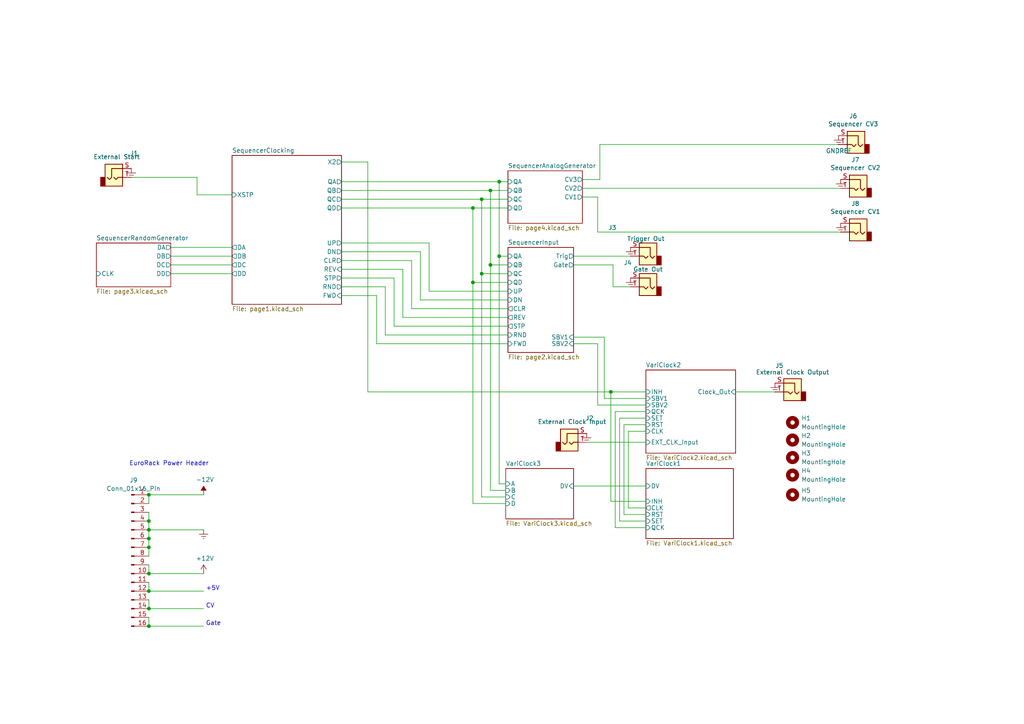
<source format=kicad_sch>
(kicad_sch (version 20230121) (generator eeschema)
  (paper "A4")
  (lib_symbols
    (symbol "Connector:Conn_01x16_Pin" (pin_names (offset 1.016) hide)
      (property "Reference" "J" (at 0 20.32 0))
      (property "Value" "Conn_01x16_Pin" (at 0 -22.86 0))
      (symbol "Conn_01x16_Pin_1_1"
        (polyline (pts (xy 1.27 -20.32) (xy 0.8636 -20.32)) (stroke (width 0.1524)))
        (polyline (pts (xy 1.27 -17.78) (xy 0.8636 -17.78)) (stroke (width 0.1524)))
        (polyline (pts (xy 1.27 -15.24) (xy 0.8636 -15.24)) (stroke (width 0.1524)))
        (polyline (pts (xy 1.27 -12.7) (xy 0.8636 -12.7)) (stroke (width 0.1524)))
        (polyline (pts (xy 1.27 -10.16) (xy 0.8636 -10.16)) (stroke (width 0.1524)))
        (polyline (pts (xy 1.27 -7.62) (xy 0.8636 -7.62)) (stroke (width 0.1524)))
        (polyline (pts (xy 1.27 -5.08) (xy 0.8636 -5.08)) (stroke (width 0.1524)))
        (polyline (pts (xy 1.27 -2.54) (xy 0.8636 -2.54)) (stroke (width 0.1524)))
        (polyline (pts (xy 1.27 0) (xy 0.8636 0)) (stroke (width 0.1524)))
        (polyline (pts (xy 1.27 2.54) (xy 0.8636 2.54)) (stroke (width 0.1524)))
        (polyline (pts (xy 1.27 5.08) (xy 0.8636 5.08)) (stroke (width 0.1524)))
        (polyline (pts (xy 1.27 7.62) (xy 0.8636 7.62)) (stroke (width 0.1524)))
        (polyline (pts (xy 1.27 10.16) (xy 0.8636 10.16)) (stroke (width 0.1524)))
        (polyline (pts (xy 1.27 12.7) (xy 0.8636 12.7)) (stroke (width 0.1524)))
        (polyline (pts (xy 1.27 15.24) (xy 0.8636 15.24)) (stroke (width 0.1524)))
        (polyline (pts (xy 1.27 17.78) (xy 0.8636 17.78)) (stroke (width 0.1524)))
        (rectangle (start 0.8636 -20.193) (end 0 -20.447) (stroke (width 0.1524)) (fill (type outline)))
        (rectangle (start 0.8636 -17.653) (end 0 -17.907) (stroke (width 0.1524)) (fill (type outline)))
        (rectangle (start 0.8636 -15.113) (end 0 -15.367) (stroke (width 0.1524)) (fill (type outline)))
        (rectangle (start 0.8636 -12.573) (end 0 -12.827) (stroke (width 0.1524)) (fill (type outline)))
        (rectangle (start 0.8636 -10.033) (end 0 -10.287) (stroke (width 0.1524)) (fill (type outline)))
        (rectangle (start 0.8636 -7.493) (end 0 -7.747) (stroke (width 0.1524)) (fill (type outline)))
        (rectangle (start 0.8636 -4.953) (end 0 -5.207) (stroke (width 0.1524)) (fill (type outline)))
        (rectangle (start 0.8636 -2.413) (end 0 -2.667) (stroke (width 0.1524)) (fill (type outline)))
        (rectangle (start 0.8636 0.127) (end 0 -0.127) (stroke (width 0.1524)) (fill (type outline)))
        (rectangle (start 0.8636 2.667) (end 0 2.413) (stroke (width 0.1524)) (fill (type outline)))
        (rectangle (start 0.8636 5.207) (end 0 4.953) (stroke (width 0.1524)) (fill (type outline)))
        (rectangle (start 0.8636 7.747) (end 0 7.493) (stroke (width 0.1524)) (fill (type outline)))
        (rectangle (start 0.8636 10.287) (end 0 10.033) (stroke (width 0.1524)) (fill (type outline)))
        (rectangle (start 0.8636 12.827) (end 0 12.573) (stroke (width 0.1524)) (fill (type outline)))
        (rectangle (start 0.8636 15.367) (end 0 15.113) (stroke (width 0.1524)) (fill (type outline)))
        (rectangle (start 0.8636 17.907) (end 0 17.653) (stroke (width 0.1524)) (fill (type outline)))
        (pin passive line (at 5.08 17.78 180) (length 3.81) (name "Pin_1") (number "1"))
        (pin passive line (at 5.08 -5.08 180) (length 3.81) (name "Pin_10") (number "10"))
        (pin passive line (at 5.08 -7.62 180) (length 3.81) (name "Pin_11") (number "11"))
        (pin passive line (at 5.08 -10.16 180) (length 3.81) (name "Pin_12") (number "12"))
        (pin passive line (at 5.08 -12.7 180) (length 3.81) (name "Pin_13") (number "13"))
        (pin passive line (at 5.08 -15.24 180) (length 3.81) (name "Pin_14") (number "14"))
        (pin passive line (at 5.08 -17.78 180) (length 3.81) (name "Pin_15") (number "15"))
        (pin passive line (at 5.08 -20.32 180) (length 3.81) (name "Pin_16") (number "16"))
        (pin passive line (at 5.08 15.24 180) (length 3.81) (name "Pin_2") (number "2"))
        (pin passive line (at 5.08 12.7 180) (length 3.81) (name "Pin_3") (number "3"))
        (pin passive line (at 5.08 10.16 180) (length 3.81) (name "Pin_4") (number "4"))
        (pin passive line (at 5.08 7.62 180) (length 3.81) (name "Pin_5") (number "5"))
        (pin passive line (at 5.08 5.08 180) (length 3.81) (name "Pin_6") (number "6"))
        (pin passive line (at 5.08 2.54 180) (length 3.81) (name "Pin_7") (number "7"))
        (pin passive line (at 5.08 0 180) (length 3.81) (name "Pin_8") (number "8"))
        (pin passive line (at 5.08 -2.54 180) (length 3.81) (name "Pin_9") (number "9"))
      )
    )
    (symbol "Mechanical:MountingHole" (pin_names (offset 1.016))
      (property "Reference" "H" (at 0 5.08 0))
      (property "Value" "MountingHole" (at 0 3.175 0))
      (symbol "MountingHole_0_1"
        (circle (center 0 0) (radius 1.27) (stroke (width 1.27)))
      )
    )
    (symbol "SynthProj-rescue:AudioJack2-Connector"
      (property "Reference" "J" (at 0 8.89 0))
      (property "Value" "Connector_AudioJack2" (at 0 6.35 0))
      (symbol "AudioJack2-Connector_0_1"
        (rectangle (start -3.81 0) (end -2.54 -2.54) (stroke (width 0.254)) (fill (type outline)))
        (rectangle (start -2.54 3.81) (end 2.54 -2.54) (stroke (width 0.254)) (fill (type background)))
        (polyline (pts (xy 0 0) (xy 0.635 -0.635) (xy 1.27 0) (xy 2.54 0)) (stroke (width 0.254)))
        (polyline (pts (xy 2.54 2.54) (xy -0.635 2.54) (xy -0.635 0) (xy -1.27 -0.635) (xy -1.905 0)) (stroke (width 0.254)))
      )
      (symbol "AudioJack2-Connector_1_1"
        (pin passive line (at 5.08 2.54 180) (length 2.54) (name "~") (number "S"))
        (pin passive line (at 5.08 0 180) (length 2.54) (name "~") (number "T"))
      )
    )
    (symbol "power:+12V" (power) (pin_names (offset 0))
      (property "Value" "+12V" (at 0 3.556 0))
      (symbol "+12V_0_1"
        (polyline (pts (xy -0.762 1.27) (xy 0 2.54)))
        (polyline (pts (xy 0 0) (xy 0 2.54)))
        (polyline (pts (xy 0 2.54) (xy 0.762 1.27)))
      )
      (symbol "+12V_1_1"
        (pin power_in line (at 0 0 90) (length 0) hide (name "+12V") (number "1"))
      )
    )
    (symbol "power:-12V" (power) (pin_names (offset 0))
      (property "Value" "-12V" (at 0 3.81 0))
      (symbol "-12V_0_0"
        (pin power_in line (at 0 0 90) (length 0) hide (name "-12V") (number "1"))
      )
      (symbol "-12V_0_1"
        (polyline (pts (xy 0 0) (xy 0 1.27) (xy 0.762 1.27) (xy 0 2.54) (xy -0.762 1.27) (xy 0 1.27)) (fill (type outline)))
      )
    )
    (symbol "power:GNDREF" (power) (pin_names (offset 0))
      (property "Value" "GNDREF" (at 0 -3.81 0))
      (symbol "GNDREF_0_1"
        (polyline (pts (xy -0.635 -1.905) (xy 0.635 -1.905)))
        (polyline (pts (xy -0.127 -2.54) (xy 0.127 -2.54)))
        (polyline (pts (xy 0 -1.27) (xy 0 0)))
        (polyline (pts (xy 1.27 -1.27) (xy -1.27 -1.27)))
      )
      (symbol "GNDREF_1_1"
        (pin power_in line (at 0 0 270) (length 0) hide (name "GNDREF") (number "1"))
      )
    )
  )
  (junction (at 142.24 55.245))
  (junction (at 43.18 143.51))
  (junction (at 137.16 60.325))
  (junction (at 137.16 81.915))
  (junction (at 144.78 52.705))
  (junction (at 139.7 79.375))
  (junction (at 43.18 171.45))
  (junction (at 139.7 57.785))
  (junction (at 43.18 176.53))
  (junction (at 177.165 113.665))
  (junction (at 43.18 156.21))
  (junction (at 43.18 181.61))
  (junction (at 43.18 158.75))
  (junction (at 43.18 153.67))
  (junction (at 43.18 151.13))
  (junction (at 144.78 74.295))
  (junction (at 43.18 166.37))
  (junction (at 142.24 76.835))
  (wire (pts (xy 119.38 75.565) (xy 119.38 89.535)))
  (wire (pts (xy 144.78 52.705) (xy 147.32 52.705)))
  (wire (pts (xy 187.325 128.27) (xy 170.18 128.27)))
  (wire (pts (xy 187.325 153.035) (xy 178.435 153.035)))
  (wire (pts (xy 137.16 81.915) (xy 137.16 60.325)))
  (wire (pts (xy 173.99 41.91) (xy 243.205 41.91)))
  (wire (pts (xy 137.16 81.915) (xy 137.16 146.05)))
  (wire (pts (xy 179.705 151.13) (xy 187.325 151.13)))
  (wire (pts (xy 179.705 121.285) (xy 179.705 151.13)))
  (wire (pts (xy 139.7 57.785) (xy 147.32 57.785)))
  (wire (pts (xy 178.435 153.035) (xy 178.435 119.38)))
  (wire (pts (xy 166.37 74.295) (xy 182.88 74.295)))
  (wire (pts (xy 144.78 140.335) (xy 146.685 140.335)))
  (wire (pts (xy 114.3 80.645) (xy 114.3 94.615)))
  (wire (pts (xy 57.15 51.435) (xy 38.1 51.435)))
  (wire (pts (xy 147.32 92.075) (xy 116.84 92.075)))
  (wire (pts (xy 166.37 140.97) (xy 187.325 140.97)))
  (wire (pts (xy 43.18 171.45) (xy 59.055 171.45)))
  (wire (pts (xy 43.18 156.21) (xy 43.18 158.75)))
  (wire (pts (xy 147.32 81.915) (xy 137.16 81.915)))
  (wire (pts (xy 119.38 89.535) (xy 147.32 89.535)))
  (wire (pts (xy 147.32 76.835) (xy 142.24 76.835)))
  (wire (pts (xy 173.355 117.475) (xy 173.355 99.695)))
  (wire (pts (xy 166.37 97.79) (xy 175.26 97.79)))
  (wire (pts (xy 99.06 80.645) (xy 114.3 80.645)))
  (wire (pts (xy 187.325 117.475) (xy 173.355 117.475)))
  (wire (pts (xy 114.3 94.615) (xy 147.32 94.615)))
  (wire (pts (xy 166.37 76.835) (xy 177.8 76.835)))
  (wire (pts (xy 111.76 97.155) (xy 111.76 83.185)))
  (wire (pts (xy 99.06 52.705) (xy 144.78 52.705)))
  (wire (pts (xy 139.7 79.375) (xy 139.7 57.785)))
  (wire (pts (xy 137.16 146.05) (xy 146.685 146.05)))
  (wire (pts (xy 142.24 142.24) (xy 146.685 142.24)))
  (wire (pts (xy 49.53 76.835) (xy 67.31 76.835)))
  (wire (pts (xy 182.245 147.32) (xy 182.245 125.095)))
  (wire (pts (xy 43.18 153.67) (xy 59.055 153.67)))
  (wire (pts (xy 99.06 60.325) (xy 137.16 60.325)))
  (wire (pts (xy 49.53 74.295) (xy 67.31 74.295)))
  (wire (pts (xy 109.22 99.695) (xy 147.32 99.695)))
  (wire (pts (xy 139.7 79.375) (xy 139.7 144.145)))
  (wire (pts (xy 177.8 76.835) (xy 177.8 83.185)))
  (wire (pts (xy 180.975 149.225) (xy 180.975 123.19)))
  (wire (pts (xy 43.18 143.51) (xy 43.18 146.05)))
  (wire (pts (xy 43.18 143.51) (xy 59.055 143.51)))
  (wire (pts (xy 144.78 74.295) (xy 144.78 140.335)))
  (wire (pts (xy 106.68 113.665) (xy 177.165 113.665)))
  (wire (pts (xy 168.91 57.15) (xy 173.355 57.15)))
  (wire (pts (xy 187.325 149.225) (xy 180.975 149.225)))
  (wire (pts (xy 43.18 153.67) (xy 43.18 156.21)))
  (wire (pts (xy 49.53 79.375) (xy 67.31 79.375)))
  (wire (pts (xy 173.355 57.15) (xy 173.355 67.31)))
  (wire (pts (xy 49.53 71.755) (xy 67.31 71.755)))
  (wire (pts (xy 177.165 113.665) (xy 177.165 145.415)))
  (wire (pts (xy 168.91 52.07) (xy 173.99 52.07)))
  (wire (pts (xy 43.18 158.75) (xy 43.18 161.29)))
  (wire (pts (xy 173.355 99.695) (xy 166.37 99.695)))
  (wire (pts (xy 168.91 54.61) (xy 243.84 54.61)))
  (wire (pts (xy 175.26 97.79) (xy 175.26 115.57)))
  (wire (pts (xy 116.84 92.075) (xy 116.84 78.105)))
  (wire (pts (xy 142.24 76.835) (xy 142.24 142.24)))
  (wire (pts (xy 43.18 148.59) (xy 43.18 151.13)))
  (wire (pts (xy 147.32 79.375) (xy 139.7 79.375)))
  (wire (pts (xy 111.76 83.185) (xy 99.06 83.185)))
  (wire (pts (xy 99.06 70.485) (xy 124.46 70.485)))
  (wire (pts (xy 99.06 55.245) (xy 142.24 55.245)))
  (wire (pts (xy 177.8 83.185) (xy 182.88 83.185)))
  (wire (pts (xy 43.18 151.13) (xy 43.18 153.67)))
  (wire (pts (xy 182.245 125.095) (xy 187.325 125.095)))
  (wire (pts (xy 43.18 179.07) (xy 43.18 181.61)))
  (wire (pts (xy 144.78 74.295) (xy 147.32 74.295)))
  (wire (pts (xy 142.24 55.245) (xy 147.32 55.245)))
  (wire (pts (xy 124.46 70.485) (xy 124.46 84.455)))
  (wire (pts (xy 99.06 85.725) (xy 109.22 85.725)))
  (wire (pts (xy 144.78 52.705) (xy 144.78 74.295)))
  (wire (pts (xy 109.22 85.725) (xy 109.22 99.695)))
  (wire (pts (xy 43.18 173.99) (xy 43.18 176.53)))
  (wire (pts (xy 139.7 144.145) (xy 146.685 144.145)))
  (wire (pts (xy 121.92 73.025) (xy 121.92 86.995)))
  (wire (pts (xy 178.435 119.38) (xy 187.325 119.38)))
  (wire (pts (xy 180.975 123.19) (xy 187.325 123.19)))
  (wire (pts (xy 99.06 57.785) (xy 139.7 57.785)))
  (wire (pts (xy 43.18 181.61) (xy 59.055 181.61)))
  (wire (pts (xy 99.06 75.565) (xy 119.38 75.565)))
  (wire (pts (xy 213.36 113.665) (xy 224.79 113.665)))
  (wire (pts (xy 177.165 113.665) (xy 187.325 113.665)))
  (wire (pts (xy 177.165 145.415) (xy 187.325 145.415)))
  (wire (pts (xy 99.06 46.99) (xy 106.68 46.99)))
  (wire (pts (xy 175.26 115.57) (xy 187.325 115.57)))
  (wire (pts (xy 121.92 86.995) (xy 147.32 86.995)))
  (wire (pts (xy 147.32 97.155) (xy 111.76 97.155)))
  (wire (pts (xy 173.355 67.31) (xy 243.84 67.31)))
  (wire (pts (xy 43.18 168.91) (xy 43.18 171.45)))
  (wire (pts (xy 43.18 163.83) (xy 43.18 166.37)))
  (wire (pts (xy 142.24 76.835) (xy 142.24 55.245)))
  (wire (pts (xy 106.68 46.99) (xy 106.68 113.665)))
  (wire (pts (xy 99.06 73.025) (xy 121.92 73.025)))
  (wire (pts (xy 67.31 56.515) (xy 57.15 56.515)))
  (wire (pts (xy 124.46 84.455) (xy 147.32 84.455)))
  (wire (pts (xy 137.16 60.325) (xy 147.32 60.325)))
  (wire (pts (xy 43.18 176.53) (xy 59.055 176.53)))
  (wire (pts (xy 57.15 56.515) (xy 57.15 51.435)))
  (wire (pts (xy 187.325 147.32) (xy 182.245 147.32)))
  (wire (pts (xy 173.99 52.07) (xy 173.99 41.91)))
  (wire (pts (xy 43.18 166.37) (xy 59.055 166.37)))
  (wire (pts (xy 116.84 78.105) (xy 99.06 78.105)))
  (wire (pts (xy 187.325 121.285) (xy 179.705 121.285)))
  (text "Gate\n" (at 59.69 181.61 0) (effects (font (size 1.27 1.27)) (justify left bottom)))
  (text "CV\n" (at 59.69 176.53 0) (effects (font (size 1.27 1.27)) (justify left bottom)))
  (text "EuroRack Power Header" (at 37.465 135.255 0) (effects (font (size 1.27 1.27)) (justify left bottom)))
  (text "+5V" (at 59.69 171.45 0) (effects (font (size 1.27 1.27)) (justify left bottom)))
  (symbol (lib_id "Mechanical:MountingHole") (at 229.87 132.715 0) (unit 1)
    (property "Reference" "H3" (at 232.41 131.445 0) (effects (justify left)))
    (property "Value" "MountingHole" (at 232.41 133.985 0) (effects (justify left)))
    (property "Footprint" "MountingHole:MountingHole_4.3mm_M4_Pad" (effects hide))
  )
  (symbol (lib_id "SynthProj-rescue:AudioJack2-Connector") (at 248.92 54.61 0) (mirror y) (unit 1)
    (property "Reference" "J7" (at 248.1072 46.355 0))
    (property "Value" "Sequencer CV2" (at 248.1072 48.6664 0))
    (property "Footprint" "SynthProjConnectors:PJ-301-BM" (effects hide))
  )
  (symbol (lib_id "SynthProj-rescue:AudioJack2-Connector") (at 187.96 74.295 0) (mirror y) (unit 1)
    (property "Reference" "J3" (at 177.6222 66.04 0))
    (property "Value" "Trigger Out" (at 187.325 69.215 0))
    (property "Footprint" "SynthProjConnectors:PJ-301-BM" (effects hide))
  )
  (symbol (lib_id "power:GNDREF") (at 182.88 80.645 0) (unit 1)
    (property "Reference" "#PWR04" (effects hide))
    (property "Value" "GNDREF" (effects hide))
  )
  (symbol (lib_id "power:GNDREF") (at 38.1 48.895 0) (unit 1)
    (property "Reference" "#PWR01" (effects hide))
    (property "Value" "GNDREF" (effects hide))
  )
  (symbol (lib_id "SynthProj-rescue:AudioJack2-Connector") (at 165.1 128.27 0) (unit 1)
    (property "Reference" "J2" (at 170.9928 121.285 0))
    (property "Value" "External Clock Input" (at 165.9128 122.3264 0))
    (property "Footprint" "SynthProjConnectors:PJ-301-BM" (effects hide))
  )
  (symbol (lib_id "power:-12V") (at 59.055 143.51 0) (unit 1)
    (property "Reference" "#PWR0184" (effects hide))
    (property "Value" "-12V" (at 59.436 139.1158 0))
  )
  (symbol (lib_id "Mechanical:MountingHole") (at 229.87 143.51 0) (unit 1)
    (property "Reference" "H5" (at 232.41 142.24 0) (effects (justify left)))
    (property "Value" "MountingHole" (at 232.41 144.78 0) (effects (justify left)))
    (property "Footprint" "MountingHole:MountingHole_4.3mm_M4_Pad" (effects hide))
  )
  (symbol (lib_id "Mechanical:MountingHole") (at 229.87 137.795 0) (unit 1)
    (property "Reference" "H4" (at 232.41 136.525 0) (effects (justify left)))
    (property "Value" "MountingHole" (at 232.41 139.065 0) (effects (justify left)))
    (property "Footprint" "MountingHole:MountingHole_4.3mm_M4_Pad" (effects hide))
  )
  (symbol (lib_id "SynthProj-rescue:AudioJack2-Connector") (at 33.02 51.435 0) (unit 1)
    (property "Reference" "J1" (at 38.9128 44.45 0))
    (property "Value" "External Start" (at 33.8328 45.4914 0))
    (property "Footprint" "SynthProjConnectors:PJ-301-BM" (effects hide))
  )
  (symbol (lib_id "SynthProj-rescue:AudioJack2-Connector") (at 248.285 41.91 0) (mirror y) (unit 1)
    (property "Reference" "J6" (at 247.4722 33.655 0))
    (property "Value" "Sequencer CV3" (at 247.4722 35.9664 0))
    (property "Footprint" "SynthProjConnectors:PJ-301-BM" (effects hide))
  )
  (symbol (lib_id "Connector:Conn_01x16_Pin") (at 38.1 161.29 0) (unit 1)
    (property "Reference" "J9" (at 38.735 139.2895 0))
    (property "Value" "Conn_01x16_Pin" (at 38.735 141.7137 0))
    (property "Footprint" "Connector_PinHeader_2.54mm:PinHeader_2x08_P2.54mm_Vertical" (effects hide))
  )
  (symbol (lib_id "power:GNDREF") (at 243.205 39.37 0) (unit 1)
    (property "Reference" "#PWR06" (effects hide))
    (property "Value" "GNDREF" (at 243.332 43.7642 0))
  )
  (symbol (lib_id "SynthProj-rescue:AudioJack2-Connector") (at 229.87 113.665 0) (mirror y) (unit 1)
    (property "Reference" "J5" (at 226.06 106.045 0))
    (property "Value" "External Clock Output" (at 229.87 107.95 0))
    (property "Footprint" "SynthProjConnectors:PJ-301-BM" (effects hide))
  )
  (symbol (lib_id "power:+12V") (at 59.055 166.37 0) (unit 1)
    (property "Reference" "#PWR0186" (effects hide))
    (property "Value" "+12V" (at 59.436 161.9758 0))
  )
  (symbol (lib_id "power:GNDREF") (at 243.84 52.07 0) (unit 1)
    (property "Reference" "#PWR07" (effects hide))
    (property "Value" "GNDREF" (effects hide))
  )
  (symbol (lib_id "power:GNDREF") (at 224.79 111.125 0) (mirror y) (unit 1)
    (property "Reference" "#PWR05" (effects hide))
    (property "Value" "GNDREF" (effects hide))
  )
  (symbol (lib_id "Mechanical:MountingHole") (at 229.87 122.555 0) (unit 1)
    (property "Reference" "H1" (at 232.41 121.285 0) (effects (justify left)))
    (property "Value" "MountingHole" (at 232.41 123.825 0) (effects (justify left)))
    (property "Footprint" "MountingHole:MountingHole_4.3mm_M4_Pad" (effects hide))
  )
  (symbol (lib_id "SynthProj-rescue:AudioJack2-Connector") (at 187.96 83.185 0) (mirror y) (unit 1)
    (property "Reference" "J4" (at 182.0672 76.2 0))
    (property "Value" "Gate Out" (at 187.96 78.105 0))
    (property "Footprint" "SynthProjConnectors:PJ-301-BM" (effects hide))
  )
  (symbol (lib_id "Mechanical:MountingHole") (at 229.87 127.635 0) (unit 1)
    (property "Reference" "H2" (at 232.41 126.365 0) (effects (justify left)))
    (property "Value" "MountingHole" (at 232.41 128.905 0) (effects (justify left)))
    (property "Footprint" "MountingHole:MountingHole_4.3mm_M4_Pad" (effects hide))
  )
  (symbol (lib_id "power:GNDREF") (at 182.88 71.755 0) (unit 1)
    (property "Reference" "#PWR03" (effects hide))
    (property "Value" "GNDREF" (effects hide))
  )
  (symbol (lib_id "power:GNDREF") (at 243.84 64.77 0) (unit 1)
    (property "Reference" "#PWR08" (effects hide))
    (property "Value" "GNDREF" (effects hide))
  )
  (symbol (lib_id "power:GNDREF") (at 170.18 125.73 0) (unit 1)
    (property "Reference" "#PWR02" (effects hide))
    (property "Value" "GNDREF" (effects hide))
  )
  (symbol (lib_id "SynthProj-rescue:AudioJack2-Connector") (at 248.92 67.31 0) (mirror y) (unit 1)
    (property "Reference" "J8" (at 248.1072 59.055 0))
    (property "Value" "Sequencer CV1" (at 248.1072 61.3664 0))
    (property "Footprint" "SynthProjConnectors:PJ-301-BM" (effects hide))
  )
  (symbol (lib_id "power:GNDREF") (at 59.055 153.67 0) (unit 1)
    (property "Reference" "#PWR0185" (effects hide))
    (property "Value" "GNDREF" (effects hide))
  )
  (sheet (at 67.31 45.085) (size 31.75 43.18) (stroke (width 0.1524))
    (property "Sheetname" "SequencerClocking" (at 67.31 44.3734 0) (effects (justify left bottom)))
    (property "Sheetfile" "page1.kicad_sch" (at 67.31 88.8496 0) (effects (justify left top)))
    (pin "CLR" output (at 99.06 75.565 0))
    (pin "FWD" input (at 99.06 85.725 0))
    (pin "REV" input (at 99.06 78.105 0))
    (pin "QD" output (at 99.06 60.325 0))
    (pin "QC" output (at 99.06 57.785 0))
    (pin "QB" output (at 99.06 55.245 0))
    (pin "QA" output (at 99.06 52.705 0))
    (pin "STP" output (at 99.06 80.645 0))
    (pin "RND" output (at 99.06 83.185 0))
    (pin "DA" output (at 67.31 71.755 180))
    (pin "DD" output (at 67.31 79.375 180))
    (pin "DC" output (at 67.31 76.835 180))
    (pin "DB" output (at 67.31 74.295 180))
    (pin "UP" output (at 99.06 70.485 0))
    (pin "DN" output (at 99.06 73.025 0))
    (pin "XSTP" input (at 67.31 56.515 180))
    (pin "X2" output (at 99.06 46.99 0))
  )
  (sheet (at 147.32 71.755) (size 19.05 30.48) (stroke (width 0.1524))
    (property "Sheetname" "SequencerInput" (at 147.32 71.0434 0) (effects (justify left bottom)))
    (property "Sheetfile" "page2.kicad_sch" (at 147.32 102.8196 0) (effects (justify left top)))
    (pin "QA" input (at 147.32 74.295 180))
    (pin "QB" input (at 147.32 76.835 180))
    (pin "QD" input (at 147.32 81.915 180))
    (pin "QC" input (at 147.32 79.375 180))
    (pin "Trig" output (at 166.37 74.295 0))
    (pin "Gate" output (at 166.37 76.835 0))
    (pin "DN" input (at 147.32 86.995 180))
    (pin "UP" input (at 147.32 84.455 180))
    (pin "CLR" output (at 147.32 89.535 180))
    (pin "REV" output (at 147.32 92.075 180))
    (pin "STP" output (at 147.32 94.615 180))
    (pin "RND" input (at 147.32 97.155 180))
    (pin "FWD" input (at 147.32 99.695 180))
    (pin "SBV2" input (at 166.37 99.695 0))
    (pin "SBV1" input (at 166.37 97.79 0))
  )
  (sheet (at 27.94 70.485) (size 21.59 12.7) (stroke (width 0.1524))
    (property "Sheetname" "SequencerRandomGenerator" (at 27.94 69.7734 0) (effects (justify left bottom)))
    (property "Sheetfile" "page3.kicad_sch" (at 27.94 83.7696 0) (effects (justify left top)))
    (pin "CLK" input (at 27.94 79.375 180))
    (pin "DA" output (at 49.53 71.755 0))
    (pin "DC" output (at 49.53 76.835 0))
    (pin "DB" output (at 49.53 74.295 0))
    (pin "DD" output (at 49.53 79.375 0))
  )
  (sheet (at 147.32 49.53) (size 21.59 15.24) (stroke (width 0.1524))
    (property "Sheetname" "SequencerAnalogGenerator" (at 147.32 48.8184 0) (effects (justify left bottom)))
    (property "Sheetfile" "page4.kicad_sch" (at 147.32 65.3546 0) (effects (justify left top)))
    (pin "QA" input (at 147.32 52.705 180))
    (pin "QB" input (at 147.32 55.245 180))
    (pin "QC" input (at 147.32 57.785 180))
    (pin "QD" input (at 147.32 60.325 180))
    (pin "CV3" output (at 168.91 52.07 0))
    (pin "CV2" output (at 168.91 54.61 0))
    (pin "CV1" output (at 168.91 57.15 0))
  )
  (sheet (at 187.325 135.89) (size 25.4 20.32) (stroke (width 0.1524))
    (property "Sheetname" "VariClock1" (at 187.325 135.1784 0) (effects (justify left bottom)))
    (property "Sheetfile" "VariClock1.kicad_sch" (at 187.325 156.7946 0) (effects (justify left top)))
    (pin "CLK" output (at 187.325 147.32 180))
    (pin "DV" input (at 187.325 140.97 180))
    (pin "INH" input (at 187.325 145.415 180))
    (pin "QCK" input (at 187.325 153.035 180))
    (pin "RST" input (at 187.325 149.225 180))
    (pin "SET" input (at 187.325 151.13 180))
  )
  (sheet (at 187.325 107.315) (size 26.035 24.13) (stroke (width 0.1524))
    (property "Sheetname" "VariClock2" (at 187.325 106.6034 0) (effects (justify left bottom)))
    (property "Sheetfile" "VariClock2.kicad_sch" (at 187.325 132.0296 0) (effects (justify left top)))
    (pin "SET" input (at 187.325 121.285 180))
    (pin "CLK" input (at 187.325 125.095 180))
    (pin "INH" input (at 187.325 113.665 180))
    (pin "SBV1" input (at 187.325 115.57 180))
    (pin "RST" input (at 187.325 123.19 180))
    (pin "QCK" input (at 187.325 119.38 180))
    (pin "SBV2" input (at 187.325 117.475 180))
    (pin "EXT_CLK_Input" input (at 187.325 128.27 180))
    (pin "Clock_Out" input (at 213.36 113.665 0))
  )
  (sheet (at 146.685 135.89) (size 19.685 14.605) (stroke (width 0.1524))
    (property "Sheetname" "VariClock3" (at 146.685 135.1784 0) (effects (justify left bottom)))
    (property "Sheetfile" "VariClock3.kicad_sch" (at 146.685 151.0796 0) (effects (justify left top)))
    (pin "A" input (at 146.685 140.335 180))
    (pin "B" input (at 146.685 142.24 180))
    (pin "DV" input (at 166.37 140.97 0))
    (pin "C" input (at 146.685 144.145 180))
    (pin "D" input (at 146.685 146.05 180))
  )
)
</source>
